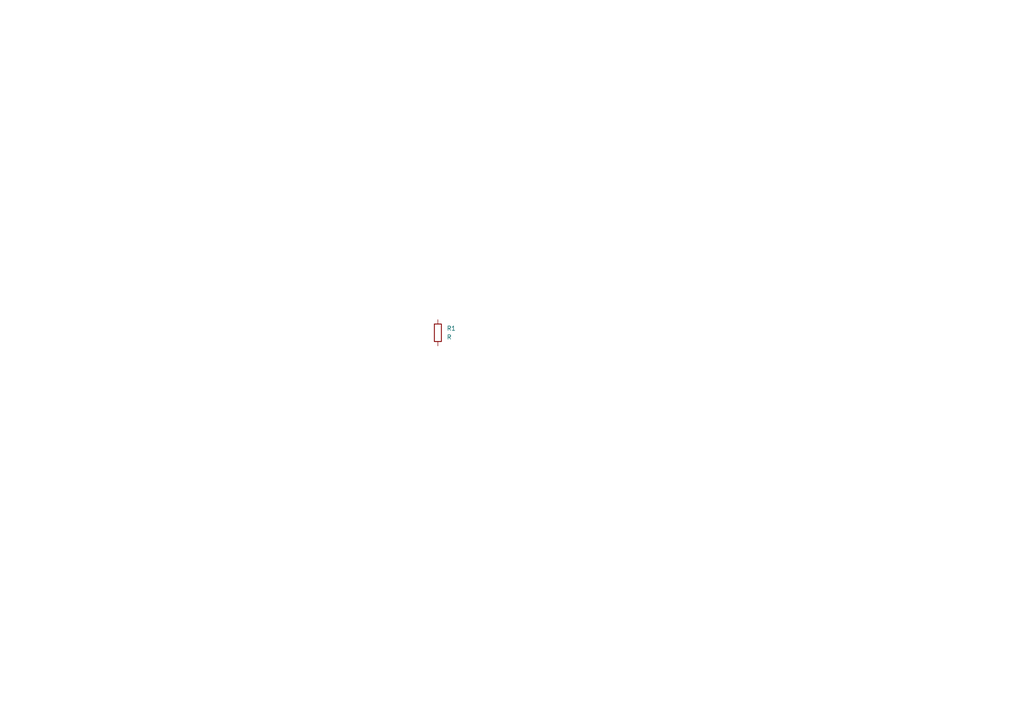
<source format=kicad_sch>
(kicad_sch (version 20250114) (generator "eeschema") (generator_version "9.0")
  (paper "A4")
  (title_block (title "${Project_name}") (date "2025-05-21") (rev "1.0"))
  (lib_symbols
    (symbol "Device:R" (pin_numbers (hide yes)) (pin_names (offset 0))
      (property "Reference" "R" (at 2.032 0 90))
      (property "Value" "R" (at 0 0 90))
      (symbol "R_0_1"
        (rectangle (start -1.016 -2.54) (end 1.016 2.54) (stroke (width 0.254)))
      )
      (symbol "R_1_1"
        (pin passive line (at 0 3.81 270) (length 1.27) (name "~") (number "1"))
        (pin passive line (at 0 -3.81 90) (length 1.27) (name "~") (number "2"))
      )
    )
  )
  (symbol (lib_id "Device:R") (at 127 96.52 0) (unit 1)
    (property "Reference" "R1" (at 129.54 95.2499 0) (effects (justify left)))
    (property "Value" "R" (at 129.54 97.7899 0) (effects (justify left)))
    (property "Description" "Resistor" (effects (hide yes)))
  )
)
</source>
